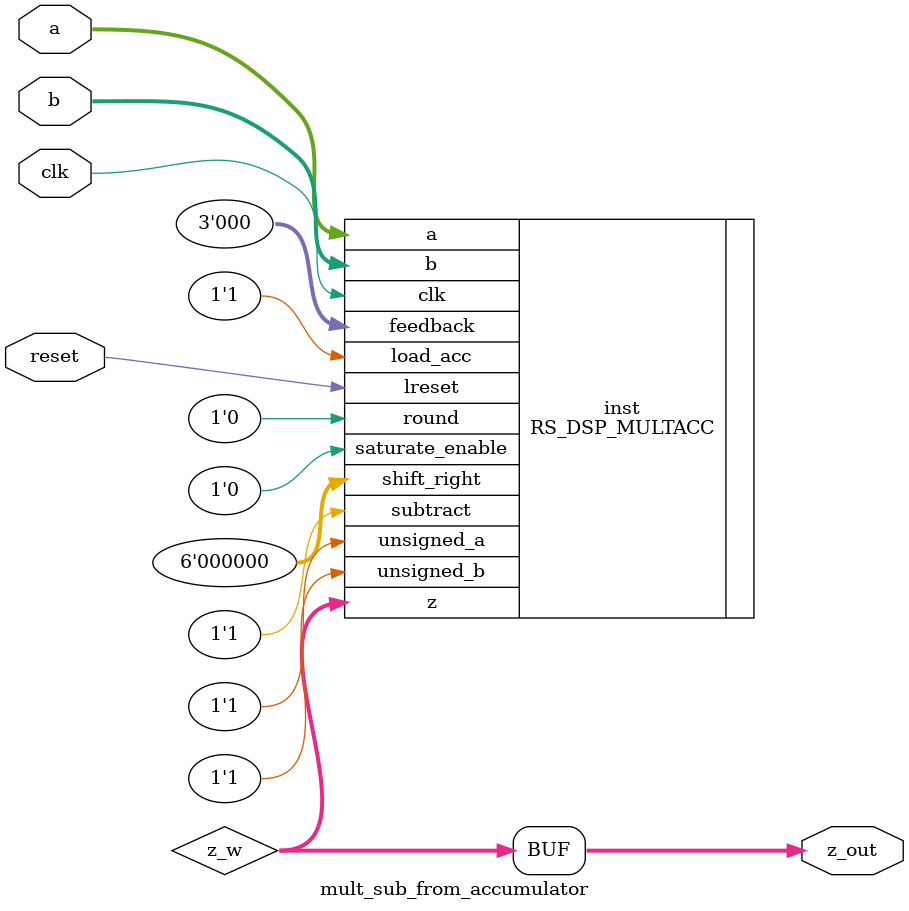
<source format=v>
module mult_sub_from_accumulator (
	input  wire [19:0] a,
    input  wire [17:0] b,
	input wire clk, reset,
    output wire [37:0] z_out
    );

    parameter [79:0] MODE_BITS = 80'd0;
    
    wire [37:0] z_w;
	//wire reset;
	RS_DSP_MULTACC #(
    .MODE_BITS(80'h00000000000000000000)) 
        inst(.a(a), .b(b), .z(z_w),. clk(clk), .lreset(reset),. load_acc(1'b1) ,. feedback(3'b0), .unsigned_a(1'b1), 
        .unsigned_b(1'b1), . saturate_enable(1'b0),. shift_right(6'b0),. round(1'b0),.subtract(1'b1));
	
    assign z_out = z_w;

endmodule
</source>
